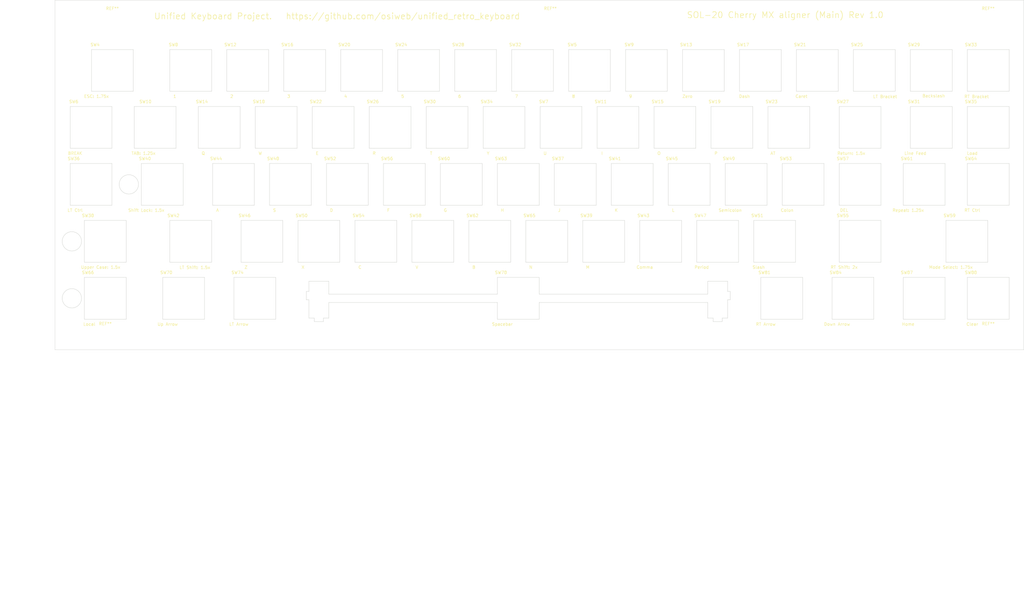
<source format=kicad_pcb>
(kicad_pcb (version 20171130) (host pcbnew "(5.1.5-0-10_14)")

  (general
    (thickness 1.6)
    (drawings 10)
    (tracks 0)
    (zones 0)
    (modules 75)
    (nets 1)
  )

  (page C)
  (title_block
    (title "Unified Retro Keyboard")
    (date 2019-08-25)
    (rev 1.3)
    (company OSIWeb.org)
    (comment 1 "Key matrix w/ LED")
  )

  (layers
    (0 F.Cu signal)
    (31 B.Cu signal)
    (32 B.Adhes user)
    (33 F.Adhes user)
    (34 B.Paste user)
    (35 F.Paste user)
    (36 B.SilkS user)
    (37 F.SilkS user)
    (38 B.Mask user)
    (39 F.Mask user)
    (40 Dwgs.User user)
    (41 Cmts.User user)
    (42 Eco1.User user)
    (43 Eco2.User user)
    (44 Edge.Cuts user)
    (45 Margin user)
    (46 B.CrtYd user)
    (47 F.CrtYd user)
    (48 B.Fab user)
    (49 F.Fab user)
  )

  (setup
    (last_trace_width 0.254)
    (user_trace_width 0.254)
    (user_trace_width 0.508)
    (user_trace_width 1.27)
    (trace_clearance 0.2)
    (zone_clearance 0.508)
    (zone_45_only no)
    (trace_min 0.2)
    (via_size 0.8128)
    (via_drill 0.4064)
    (via_min_size 0.4)
    (via_min_drill 0.3)
    (user_via 1.27 0.7112)
    (uvia_size 0.3048)
    (uvia_drill 0.1016)
    (uvias_allowed no)
    (uvia_min_size 0.2)
    (uvia_min_drill 0.1)
    (edge_width 0.05)
    (segment_width 0.2)
    (pcb_text_width 0.3)
    (pcb_text_size 1.5 1.5)
    (mod_edge_width 0.12)
    (mod_text_size 1 1)
    (mod_text_width 0.15)
    (pad_size 3.81 3.81)
    (pad_drill 3.81)
    (pad_to_mask_clearance 0)
    (aux_axis_origin 61.4172 179.1081)
    (grid_origin 76.835 223.393)
    (visible_elements 7FFFEFFF)
    (pcbplotparams
      (layerselection 0x010fc_ffffffff)
      (usegerberextensions false)
      (usegerberattributes false)
      (usegerberadvancedattributes false)
      (creategerberjobfile false)
      (excludeedgelayer true)
      (linewidth 0.100000)
      (plotframeref false)
      (viasonmask false)
      (mode 1)
      (useauxorigin false)
      (hpglpennumber 1)
      (hpglpenspeed 20)
      (hpglpendiameter 15.000000)
      (psnegative false)
      (psa4output false)
      (plotreference true)
      (plotvalue true)
      (plotinvisibletext false)
      (padsonsilk false)
      (subtractmaskfromsilk false)
      (outputformat 1)
      (mirror false)
      (drillshape 0)
      (scaleselection 1)
      (outputdirectory "main-outputs/"))
  )

  (net 0 "")

  (net_class Default "This is the default net class."
    (clearance 0.2)
    (trace_width 0.254)
    (via_dia 0.8128)
    (via_drill 0.4064)
    (uvia_dia 0.3048)
    (uvia_drill 0.1016)
    (diff_pair_width 0.2032)
    (diff_pair_gap 0.254)
  )

  (net_class power1 ""
    (clearance 0.254)
    (trace_width 1.27)
    (via_dia 1.27)
    (via_drill 0.7112)
    (uvia_dia 0.3048)
    (uvia_drill 0.1016)
    (diff_pair_width 0.2032)
    (diff_pair_gap 0.254)
  )

  (net_class signal ""
    (clearance 0.2032)
    (trace_width 0.254)
    (via_dia 0.8128)
    (via_drill 0.4064)
    (uvia_dia 0.3048)
    (uvia_drill 0.1016)
    (diff_pair_width 0.2032)
    (diff_pair_gap 0.254)
  )

  (module unikbd:Key_MX_Aligner locked (layer F.Cu) (tedit 5E72B33B) (tstamp 5E12D458)
    (at 251.45238 168.69156)
    (path /5BC3E99D/5BC3FF70)
    (fp_text reference SW63 (at -5.7912 -8.6106) (layer F.SilkS)
      (effects (font (size 1 1) (thickness 0.15)))
    )
    (fp_text value H (at -5.334 8.6614) (layer F.SilkS)
      (effects (font (size 1 1) (thickness 0.15)))
    )
    (fp_line (start -6.985 -6.985) (end -6.985 6.985) (layer Edge.Cuts) (width 0.12))
    (fp_line (start 6.985 6.985) (end 6.985 -6.985) (layer Edge.Cuts) (width 0.12))
    (fp_line (start -6.985 -6.985) (end 6.985 -6.985) (layer Edge.Cuts) (width 0.12))
    (fp_line (start -6.985 6.985) (end 6.985 6.985) (layer Edge.Cuts) (width 0.12))
  )

  (module unikbd:Key_MX_Aligner locked (layer F.Cu) (tedit 5E72B33B) (tstamp 5E12D41C)
    (at 232.40238 168.69156)
    (path /5BC3E99D/5BC3FF77)
    (fp_text reference SW60 (at -5.7912 -8.6106) (layer F.SilkS)
      (effects (font (size 1 1) (thickness 0.15)))
    )
    (fp_text value G (at -5.334 8.6614) (layer F.SilkS)
      (effects (font (size 1 1) (thickness 0.15)))
    )
    (fp_line (start -6.985 -6.985) (end -6.985 6.985) (layer Edge.Cuts) (width 0.12))
    (fp_line (start 6.985 6.985) (end 6.985 -6.985) (layer Edge.Cuts) (width 0.12))
    (fp_line (start -6.985 -6.985) (end 6.985 -6.985) (layer Edge.Cuts) (width 0.12))
    (fp_line (start -6.985 6.985) (end 6.985 6.985) (layer Edge.Cuts) (width 0.12))
  )

  (module unikbd:Key_MX_Aligner locked (layer F.Cu) (tedit 5E72B33B) (tstamp 5E12D430)
    (at 387.18363 168.69156)
    (path /5BC3E99D/5BC6CD87)
    (fp_text reference SW61 (at -5.7912 -8.6106) (layer F.SilkS)
      (effects (font (size 1 1) (thickness 0.15)))
    )
    (fp_text value "Repeat: 1.25x" (at -5.334 8.6614) (layer F.SilkS)
      (effects (font (size 1 1) (thickness 0.15)))
    )
    (fp_line (start -6.985 -6.985) (end -6.985 6.985) (layer Edge.Cuts) (width 0.12))
    (fp_line (start 6.985 6.985) (end 6.985 -6.985) (layer Edge.Cuts) (width 0.12))
    (fp_line (start -6.985 -6.985) (end 6.985 -6.985) (layer Edge.Cuts) (width 0.12))
    (fp_line (start -6.985 6.985) (end 6.985 6.985) (layer Edge.Cuts) (width 0.12))
  )

  (module unikbd:Key_MX_Aligner locked (layer F.Cu) (tedit 5E72B33B) (tstamp 5E12D3CC)
    (at 213.35238 168.69156)
    (path /5BC3E99D/5BC3FF69)
    (fp_text reference SW56 (at -5.7912 -8.6106) (layer F.SilkS)
      (effects (font (size 1 1) (thickness 0.15)))
    )
    (fp_text value F (at -5.334 8.6614) (layer F.SilkS)
      (effects (font (size 1 1) (thickness 0.15)))
    )
    (fp_line (start -6.985 -6.985) (end -6.985 6.985) (layer Edge.Cuts) (width 0.12))
    (fp_line (start 6.985 6.985) (end 6.985 -6.985) (layer Edge.Cuts) (width 0.12))
    (fp_line (start -6.985 -6.985) (end 6.985 -6.985) (layer Edge.Cuts) (width 0.12))
    (fp_line (start -6.985 6.985) (end 6.985 6.985) (layer Edge.Cuts) (width 0.12))
  )

  (module unikbd:Key_MX_Aligner locked (layer F.Cu) (tedit 5E72B33B) (tstamp 5E12D46C)
    (at 408.61488 168.69156)
    (path /5BC3E99D/5BC6CD80)
    (fp_text reference SW64 (at -5.7912 -8.6106) (layer F.SilkS)
      (effects (font (size 1 1) (thickness 0.15)))
    )
    (fp_text value "RT Ctrl" (at -5.334 8.6614) (layer F.SilkS)
      (effects (font (size 1 1) (thickness 0.15)))
    )
    (fp_line (start -6.985 -6.985) (end -6.985 6.985) (layer Edge.Cuts) (width 0.12))
    (fp_line (start 6.985 6.985) (end 6.985 -6.985) (layer Edge.Cuts) (width 0.12))
    (fp_line (start -6.985 -6.985) (end 6.985 -6.985) (layer Edge.Cuts) (width 0.12))
    (fp_line (start -6.985 6.985) (end 6.985 6.985) (layer Edge.Cuts) (width 0.12))
  )

  (module unikbd:Key_MX_Aligner locked (layer F.Cu) (tedit 5E72B33B) (tstamp 5E12D250)
    (at 270.50238 168.69156)
    (path /5BC3E99D/5E1BE11F)
    (fp_text reference SW37 (at -5.7912 -8.6106) (layer F.SilkS)
      (effects (font (size 1 1) (thickness 0.15)))
    )
    (fp_text value J (at -5.334 8.6614) (layer F.SilkS)
      (effects (font (size 1 1) (thickness 0.15)))
    )
    (fp_line (start -6.985 -6.985) (end -6.985 6.985) (layer Edge.Cuts) (width 0.12))
    (fp_line (start 6.985 6.985) (end 6.985 -6.985) (layer Edge.Cuts) (width 0.12))
    (fp_line (start -6.985 -6.985) (end 6.985 -6.985) (layer Edge.Cuts) (width 0.12))
    (fp_line (start -6.985 6.985) (end 6.985 6.985) (layer Edge.Cuts) (width 0.12))
  )

  (module unikbd:Key_MX_Aligner locked (layer F.Cu) (tedit 5E72B33B) (tstamp 5E12D28C)
    (at 132.38988 168.69156)
    (path /5BC3E99D/5BC3FD26)
    (fp_text reference SW40 (at -5.7912 -8.6106) (layer F.SilkS)
      (effects (font (size 1 1) (thickness 0.15)))
    )
    (fp_text value "Shift Lock: 1.5x" (at -5.334 8.6614) (layer F.SilkS)
      (effects (font (size 1 1) (thickness 0.15)))
    )
    (fp_line (start -6.985 -6.985) (end -6.985 6.985) (layer Edge.Cuts) (width 0.12))
    (fp_line (start 6.985 6.985) (end 6.985 -6.985) (layer Edge.Cuts) (width 0.12))
    (fp_line (start -6.985 -6.985) (end 6.985 -6.985) (layer Edge.Cuts) (width 0.12))
    (fp_line (start -6.985 6.985) (end 6.985 6.985) (layer Edge.Cuts) (width 0.12))
  )

  (module unikbd:Key_MX_Aligner locked (layer F.Cu) (tedit 5E72B33B) (tstamp 5E12D2A0)
    (at 289.55238 168.69156)
    (path /5BC3E99D/5BC6CD5D)
    (fp_text reference SW41 (at -5.7912 -8.6106) (layer F.SilkS)
      (effects (font (size 1 1) (thickness 0.15)))
    )
    (fp_text value K (at -5.334 8.6614) (layer F.SilkS)
      (effects (font (size 1 1) (thickness 0.15)))
    )
    (fp_line (start -6.985 -6.985) (end -6.985 6.985) (layer Edge.Cuts) (width 0.12))
    (fp_line (start 6.985 6.985) (end 6.985 -6.985) (layer Edge.Cuts) (width 0.12))
    (fp_line (start -6.985 -6.985) (end 6.985 -6.985) (layer Edge.Cuts) (width 0.12))
    (fp_line (start -6.985 6.985) (end 6.985 6.985) (layer Edge.Cuts) (width 0.12))
  )

  (module unikbd:Key_MX_Aligner locked (layer F.Cu) (tedit 5E72B33B) (tstamp 5E12D2DC)
    (at 156.20238 168.69156)
    (path /5BC3E99D/5BC3FE57)
    (fp_text reference SW44 (at -5.7912 -8.6106) (layer F.SilkS)
      (effects (font (size 1 1) (thickness 0.15)))
    )
    (fp_text value A (at -5.334 8.6614) (layer F.SilkS)
      (effects (font (size 1 1) (thickness 0.15)))
    )
    (fp_line (start -6.985 -6.985) (end -6.985 6.985) (layer Edge.Cuts) (width 0.12))
    (fp_line (start 6.985 6.985) (end 6.985 -6.985) (layer Edge.Cuts) (width 0.12))
    (fp_line (start -6.985 -6.985) (end 6.985 -6.985) (layer Edge.Cuts) (width 0.12))
    (fp_line (start -6.985 6.985) (end 6.985 6.985) (layer Edge.Cuts) (width 0.12))
  )

  (module unikbd:Key_MX_Aligner locked (layer F.Cu) (tedit 5E72B33B) (tstamp 5E12D2F0)
    (at 308.60238 168.69156)
    (path /5BC3E99D/5BC6CD6B)
    (fp_text reference SW45 (at -5.7912 -8.6106) (layer F.SilkS)
      (effects (font (size 1 1) (thickness 0.15)))
    )
    (fp_text value L (at -5.334 8.6614) (layer F.SilkS)
      (effects (font (size 1 1) (thickness 0.15)))
    )
    (fp_line (start -6.985 -6.985) (end -6.985 6.985) (layer Edge.Cuts) (width 0.12))
    (fp_line (start 6.985 6.985) (end 6.985 -6.985) (layer Edge.Cuts) (width 0.12))
    (fp_line (start -6.985 -6.985) (end 6.985 -6.985) (layer Edge.Cuts) (width 0.12))
    (fp_line (start -6.985 6.985) (end 6.985 6.985) (layer Edge.Cuts) (width 0.12))
  )

  (module unikbd:Key_MX_Aligner locked (layer F.Cu) (tedit 5E72B33B) (tstamp 5E12D32C)
    (at 175.25238 168.69156)
    (path /5BC3E99D/5E1BE11D)
    (fp_text reference SW48 (at -5.7912 -8.6106) (layer F.SilkS)
      (effects (font (size 1 1) (thickness 0.15)))
    )
    (fp_text value S (at -5.334 8.6614) (layer F.SilkS)
      (effects (font (size 1 1) (thickness 0.15)))
    )
    (fp_line (start -6.985 -6.985) (end -6.985 6.985) (layer Edge.Cuts) (width 0.12))
    (fp_line (start 6.985 6.985) (end 6.985 -6.985) (layer Edge.Cuts) (width 0.12))
    (fp_line (start -6.985 -6.985) (end 6.985 -6.985) (layer Edge.Cuts) (width 0.12))
    (fp_line (start -6.985 6.985) (end 6.985 6.985) (layer Edge.Cuts) (width 0.12))
  )

  (module unikbd:Key_MX_Aligner locked (layer F.Cu) (tedit 5E72B33B) (tstamp 5E12D340)
    (at 327.65238 168.69156)
    (path /5BC3E99D/5BC6CD64)
    (fp_text reference SW49 (at -5.7912 -8.6106) (layer F.SilkS)
      (effects (font (size 1 1) (thickness 0.15)))
    )
    (fp_text value Semicolon (at -5.334 8.6614) (layer F.SilkS)
      (effects (font (size 1 1) (thickness 0.15)))
    )
    (fp_line (start -6.985 -6.985) (end -6.985 6.985) (layer Edge.Cuts) (width 0.12))
    (fp_line (start 6.985 6.985) (end 6.985 -6.985) (layer Edge.Cuts) (width 0.12))
    (fp_line (start -6.985 -6.985) (end 6.985 -6.985) (layer Edge.Cuts) (width 0.12))
    (fp_line (start -6.985 6.985) (end 6.985 6.985) (layer Edge.Cuts) (width 0.12))
  )

  (module unikbd:Key_MX_Aligner locked (layer F.Cu) (tedit 5E72B33B) (tstamp 5E12D37C)
    (at 194.30238 168.69156)
    (path /5BC3E99D/5E0AC938)
    (fp_text reference SW52 (at -5.7912 -8.6106) (layer F.SilkS)
      (effects (font (size 1 1) (thickness 0.15)))
    )
    (fp_text value D (at -5.334 8.6614) (layer F.SilkS)
      (effects (font (size 1 1) (thickness 0.15)))
    )
    (fp_line (start -6.985 -6.985) (end -6.985 6.985) (layer Edge.Cuts) (width 0.12))
    (fp_line (start 6.985 6.985) (end 6.985 -6.985) (layer Edge.Cuts) (width 0.12))
    (fp_line (start -6.985 -6.985) (end 6.985 -6.985) (layer Edge.Cuts) (width 0.12))
    (fp_line (start -6.985 6.985) (end 6.985 6.985) (layer Edge.Cuts) (width 0.12))
  )

  (module unikbd:Key_MX_Aligner locked (layer F.Cu) (tedit 5E72B33B) (tstamp 5E12D390)
    (at 346.70238 168.69156)
    (path /5BC3E99D/5BC6CD72)
    (fp_text reference SW53 (at -5.7912 -8.6106) (layer F.SilkS)
      (effects (font (size 1 1) (thickness 0.15)))
    )
    (fp_text value Colon (at -5.334 8.6614) (layer F.SilkS)
      (effects (font (size 1 1) (thickness 0.15)))
    )
    (fp_line (start -6.985 -6.985) (end -6.985 6.985) (layer Edge.Cuts) (width 0.12))
    (fp_line (start 6.985 6.985) (end 6.985 -6.985) (layer Edge.Cuts) (width 0.12))
    (fp_line (start -6.985 -6.985) (end 6.985 -6.985) (layer Edge.Cuts) (width 0.12))
    (fp_line (start -6.985 6.985) (end 6.985 6.985) (layer Edge.Cuts) (width 0.12))
  )

  (module unikbd:Key_MX_Aligner locked (layer F.Cu) (tedit 5E72B33B) (tstamp 5E12D3E0)
    (at 365.75238 168.69156)
    (path /5BC3E99D/5BC6CD79)
    (fp_text reference SW57 (at -5.7912 -8.6106) (layer F.SilkS)
      (effects (font (size 1 1) (thickness 0.15)))
    )
    (fp_text value DEL (at -5.334 8.6614) (layer F.SilkS)
      (effects (font (size 1 1) (thickness 0.15)))
    )
    (fp_line (start -6.985 -6.985) (end -6.985 6.985) (layer Edge.Cuts) (width 0.12))
    (fp_line (start 6.985 6.985) (end 6.985 -6.985) (layer Edge.Cuts) (width 0.12))
    (fp_line (start -6.985 -6.985) (end 6.985 -6.985) (layer Edge.Cuts) (width 0.12))
    (fp_line (start -6.985 6.985) (end 6.985 6.985) (layer Edge.Cuts) (width 0.12))
  )

  (module unikbd:Key_MX_Aligner locked (layer F.Cu) (tedit 5E72B33B) (tstamp 5E12D3A4)
    (at 203.82738 187.74156)
    (path /5BC3E99D/5BC6CEF2)
    (fp_text reference SW54 (at -5.7912 -8.6106) (layer F.SilkS)
      (effects (font (size 1 1) (thickness 0.15)))
    )
    (fp_text value C (at -5.334 8.6614) (layer F.SilkS)
      (effects (font (size 1 1) (thickness 0.15)))
    )
    (fp_line (start -6.985 -6.985) (end -6.985 6.985) (layer Edge.Cuts) (width 0.12))
    (fp_line (start 6.985 6.985) (end 6.985 -6.985) (layer Edge.Cuts) (width 0.12))
    (fp_line (start -6.985 -6.985) (end 6.985 -6.985) (layer Edge.Cuts) (width 0.12))
    (fp_line (start -6.985 6.985) (end 6.985 6.985) (layer Edge.Cuts) (width 0.12))
  )

  (module unikbd:Key_MX_Aligner locked (layer F.Cu) (tedit 5E72B33B) (tstamp 5E6EC726)
    (at 163.34613 206.79156)
    (path /5E16AC8E/5E1BE0F6)
    (fp_text reference SW74 (at -5.7912 -8.6106) (layer F.SilkS)
      (effects (font (size 1 1) (thickness 0.15)))
    )
    (fp_text value "LT Arrow" (at -5.334 8.6614) (layer F.SilkS)
      (effects (font (size 1 1) (thickness 0.15)))
    )
    (fp_line (start -6.985 -6.985) (end -6.985 6.985) (layer Edge.Cuts) (width 0.12))
    (fp_line (start 6.985 6.985) (end 6.985 -6.985) (layer Edge.Cuts) (width 0.12))
    (fp_line (start -6.985 -6.985) (end 6.985 -6.985) (layer Edge.Cuts) (width 0.12))
    (fp_line (start -6.985 6.985) (end 6.985 6.985) (layer Edge.Cuts) (width 0.12))
  )

  (module unikbd:Key_MX_Aligner locked (layer F.Cu) (tedit 5E72B33B) (tstamp 5E12D1C4)
    (at 227.63988 149.64156)
    (path /5BC3EA0A/5BCAF420)
    (fp_text reference SW30 (at -5.7912 -8.6106) (layer F.SilkS)
      (effects (font (size 1 1) (thickness 0.15)))
    )
    (fp_text value T (at -5.334 8.6614) (layer F.SilkS)
      (effects (font (size 1 1) (thickness 0.15)))
    )
    (fp_line (start -6.985 -6.985) (end -6.985 6.985) (layer Edge.Cuts) (width 0.12))
    (fp_line (start 6.985 6.985) (end 6.985 -6.985) (layer Edge.Cuts) (width 0.12))
    (fp_line (start -6.985 -6.985) (end 6.985 -6.985) (layer Edge.Cuts) (width 0.12))
    (fp_line (start -6.985 6.985) (end 6.985 6.985) (layer Edge.Cuts) (width 0.12))
  )

  (module unikbd:Key_MX_Aligner locked (layer F.Cu) (tedit 5E72B33B) (tstamp 5E12D64C)
    (at 408.61488 206.79156)
    (path /5E16AC8E/5E1BE0F8)
    (fp_text reference SW88 (at -5.7912 -8.6106) (layer F.SilkS)
      (effects (font (size 1 1) (thickness 0.15)))
    )
    (fp_text value Clear (at -5.334 8.6614) (layer F.SilkS)
      (effects (font (size 1 1) (thickness 0.15)))
    )
    (fp_line (start -6.985 -6.985) (end -6.985 6.985) (layer Edge.Cuts) (width 0.12))
    (fp_line (start 6.985 6.985) (end 6.985 -6.985) (layer Edge.Cuts) (width 0.12))
    (fp_line (start -6.985 -6.985) (end 6.985 -6.985) (layer Edge.Cuts) (width 0.12))
    (fp_line (start -6.985 6.985) (end 6.985 6.985) (layer Edge.Cuts) (width 0.12))
  )

  (module unikbd:Key_MX_Aligner locked (layer F.Cu) (tedit 5E72B33B) (tstamp 5E12D638)
    (at 387.18363 206.79156)
    (path /5E16AC8E/5E1BE0F9)
    (fp_text reference SW87 (at -5.7912 -8.6106) (layer F.SilkS)
      (effects (font (size 1 1) (thickness 0.15)))
    )
    (fp_text value Home (at -5.334 8.6614) (layer F.SilkS)
      (effects (font (size 1 1) (thickness 0.15)))
    )
    (fp_line (start -6.985 -6.985) (end -6.985 6.985) (layer Edge.Cuts) (width 0.12))
    (fp_line (start 6.985 6.985) (end 6.985 -6.985) (layer Edge.Cuts) (width 0.12))
    (fp_line (start -6.985 -6.985) (end 6.985 -6.985) (layer Edge.Cuts) (width 0.12))
    (fp_line (start -6.985 6.985) (end 6.985 6.985) (layer Edge.Cuts) (width 0.12))
  )

  (module unikbd:Key_MX_Aligner locked (layer F.Cu) (tedit 5E72B33B) (tstamp 5E12D5FC)
    (at 363.37113 206.79156)
    (path /5E16AC8E/5E1BE0F7)
    (fp_text reference SW84 (at -5.7912 -8.6106) (layer F.SilkS)
      (effects (font (size 1 1) (thickness 0.15)))
    )
    (fp_text value "Down Arrow" (at -5.334 8.6614) (layer F.SilkS)
      (effects (font (size 1 1) (thickness 0.15)))
    )
    (fp_line (start -6.985 -6.985) (end -6.985 6.985) (layer Edge.Cuts) (width 0.12))
    (fp_line (start 6.985 6.985) (end 6.985 -6.985) (layer Edge.Cuts) (width 0.12))
    (fp_line (start -6.985 -6.985) (end 6.985 -6.985) (layer Edge.Cuts) (width 0.12))
    (fp_line (start -6.985 6.985) (end 6.985 6.985) (layer Edge.Cuts) (width 0.12))
  )

  (module unikbd:Key_MX_Aligner locked (layer F.Cu) (tedit 5E72B33B) (tstamp 5E10B4C4)
    (at 339.55863 206.79156)
    (path /5E16AC8E/5E1BE119)
    (fp_text reference SW81 (at -5.7912 -8.6106) (layer F.SilkS)
      (effects (font (size 1 1) (thickness 0.15)))
    )
    (fp_text value "RT Arrow" (at -5.334 8.6614) (layer F.SilkS)
      (effects (font (size 1 1) (thickness 0.15)))
    )
    (fp_line (start -6.985 -6.985) (end -6.985 6.985) (layer Edge.Cuts) (width 0.12))
    (fp_line (start 6.985 6.985) (end 6.985 -6.985) (layer Edge.Cuts) (width 0.12))
    (fp_line (start -6.985 -6.985) (end 6.985 -6.985) (layer Edge.Cuts) (width 0.12))
    (fp_line (start -6.985 6.985) (end 6.985 6.985) (layer Edge.Cuts) (width 0.12))
  )

  (module unikbd:Key_MX_Aligner locked (layer F.Cu) (tedit 5E72B33B) (tstamp 5E12D4E4)
    (at 139.53363 206.79156)
    (path /5E16AC8E/5E1BE0F5)
    (fp_text reference SW70 (at -5.7912 -8.6106) (layer F.SilkS)
      (effects (font (size 1 1) (thickness 0.15)))
    )
    (fp_text value "Up Arrow" (at -5.334 8.6614) (layer F.SilkS)
      (effects (font (size 1 1) (thickness 0.15)))
    )
    (fp_line (start -6.985 -6.985) (end -6.985 6.985) (layer Edge.Cuts) (width 0.12))
    (fp_line (start 6.985 6.985) (end 6.985 -6.985) (layer Edge.Cuts) (width 0.12))
    (fp_line (start -6.985 -6.985) (end 6.985 -6.985) (layer Edge.Cuts) (width 0.12))
    (fp_line (start -6.985 6.985) (end 6.985 6.985) (layer Edge.Cuts) (width 0.12))
  )

  (module unikbd:Key_MX_Aligner locked (layer F.Cu) (tedit 5E72B33B) (tstamp 5E12D494)
    (at 113.33988 206.79156)
    (path /5E16AC8E/5E12EFC1)
    (fp_text reference SW66 (at -5.7912 -8.6106) (layer F.SilkS)
      (effects (font (size 1 1) (thickness 0.15)))
    )
    (fp_text value Local (at -5.334 8.6614) (layer F.SilkS)
      (effects (font (size 1 1) (thickness 0.15)))
    )
    (fp_line (start -6.985 -6.985) (end -6.985 6.985) (layer Edge.Cuts) (width 0.12))
    (fp_line (start 6.985 6.985) (end 6.985 -6.985) (layer Edge.Cuts) (width 0.12))
    (fp_line (start -6.985 -6.985) (end 6.985 -6.985) (layer Edge.Cuts) (width 0.12))
    (fp_line (start -6.985 6.985) (end 6.985 6.985) (layer Edge.Cuts) (width 0.12))
  )

  (module unikbd:Key_MX_Aligner locked (layer F.Cu) (tedit 5E72B33B) (tstamp 5E12D480)
    (at 260.97738 187.74156)
    (path /5BC3E99D/5BC6CF00)
    (fp_text reference SW65 (at -5.7912 -8.6106) (layer F.SilkS)
      (effects (font (size 1 1) (thickness 0.15)))
    )
    (fp_text value N (at -5.334 8.6614) (layer F.SilkS)
      (effects (font (size 1 1) (thickness 0.15)))
    )
    (fp_line (start -6.985 -6.985) (end -6.985 6.985) (layer Edge.Cuts) (width 0.12))
    (fp_line (start 6.985 6.985) (end 6.985 -6.985) (layer Edge.Cuts) (width 0.12))
    (fp_line (start -6.985 -6.985) (end 6.985 -6.985) (layer Edge.Cuts) (width 0.12))
    (fp_line (start -6.985 6.985) (end 6.985 6.985) (layer Edge.Cuts) (width 0.12))
  )

  (module unikbd:Key_MX_Aligner locked (layer F.Cu) (tedit 5E72B33B) (tstamp 5E12D444)
    (at 241.92738 187.74156)
    (path /5BC3E99D/5BC6CF07)
    (fp_text reference SW62 (at -5.7912 -8.6106) (layer F.SilkS)
      (effects (font (size 1 1) (thickness 0.15)))
    )
    (fp_text value B (at -5.334 8.6614) (layer F.SilkS)
      (effects (font (size 1 1) (thickness 0.15)))
    )
    (fp_line (start -6.985 -6.985) (end -6.985 6.985) (layer Edge.Cuts) (width 0.12))
    (fp_line (start 6.985 6.985) (end 6.985 -6.985) (layer Edge.Cuts) (width 0.12))
    (fp_line (start -6.985 -6.985) (end 6.985 -6.985) (layer Edge.Cuts) (width 0.12))
    (fp_line (start -6.985 6.985) (end 6.985 6.985) (layer Edge.Cuts) (width 0.12))
  )

  (module unikbd:Key_MX_Aligner locked (layer F.Cu) (tedit 5E72B33B) (tstamp 5E12D408)
    (at 401.47113 187.74156)
    (path /5BC3E99D/5BC6D0C9)
    (fp_text reference SW59 (at -5.7912 -8.6106) (layer F.SilkS)
      (effects (font (size 1 1) (thickness 0.15)))
    )
    (fp_text value "Mode Select: 1.75x" (at -5.334 8.6614) (layer F.SilkS)
      (effects (font (size 1 1) (thickness 0.15)))
    )
    (fp_line (start -6.985 -6.985) (end -6.985 6.985) (layer Edge.Cuts) (width 0.12))
    (fp_line (start 6.985 6.985) (end 6.985 -6.985) (layer Edge.Cuts) (width 0.12))
    (fp_line (start -6.985 -6.985) (end 6.985 -6.985) (layer Edge.Cuts) (width 0.12))
    (fp_line (start -6.985 6.985) (end 6.985 6.985) (layer Edge.Cuts) (width 0.12))
  )

  (module unikbd:Key_MX_Aligner locked (layer F.Cu) (tedit 5E72B33B) (tstamp 5E12D3F4)
    (at 222.87738 187.74156)
    (path /5BC3E99D/5BC6CEF9)
    (fp_text reference SW58 (at -5.7912 -8.6106) (layer F.SilkS)
      (effects (font (size 1 1) (thickness 0.15)))
    )
    (fp_text value V (at -5.334 8.6614) (layer F.SilkS)
      (effects (font (size 1 1) (thickness 0.15)))
    )
    (fp_line (start -6.985 -6.985) (end -6.985 6.985) (layer Edge.Cuts) (width 0.12))
    (fp_line (start 6.985 6.985) (end 6.985 -6.985) (layer Edge.Cuts) (width 0.12))
    (fp_line (start -6.985 -6.985) (end 6.985 -6.985) (layer Edge.Cuts) (width 0.12))
    (fp_line (start -6.985 6.985) (end 6.985 6.985) (layer Edge.Cuts) (width 0.12))
  )

  (module unikbd:Key_MX_Aligner locked (layer F.Cu) (tedit 5E72B33B) (tstamp 5E12D3B8)
    (at 365.75238 187.74156)
    (path /5BC3E99D/5BC6D0C2)
    (fp_text reference SW55 (at -5.7912 -8.6106) (layer F.SilkS)
      (effects (font (size 1 1) (thickness 0.15)))
    )
    (fp_text value "RT Shift: 2x" (at -5.334 8.6614) (layer F.SilkS)
      (effects (font (size 1 1) (thickness 0.15)))
    )
    (fp_line (start -6.985 -6.985) (end -6.985 6.985) (layer Edge.Cuts) (width 0.12))
    (fp_line (start 6.985 6.985) (end 6.985 -6.985) (layer Edge.Cuts) (width 0.12))
    (fp_line (start -6.985 -6.985) (end 6.985 -6.985) (layer Edge.Cuts) (width 0.12))
    (fp_line (start -6.985 6.985) (end 6.985 6.985) (layer Edge.Cuts) (width 0.12))
  )

  (module unikbd:Key_MX_Aligner locked (layer F.Cu) (tedit 5E72B33B) (tstamp 5E12D368)
    (at 337.17738 187.74156)
    (path /5BC3E99D/5BC6D0B4)
    (fp_text reference SW51 (at -5.7912 -8.6106) (layer F.SilkS)
      (effects (font (size 1 1) (thickness 0.15)))
    )
    (fp_text value Slash (at -5.334 8.6614) (layer F.SilkS)
      (effects (font (size 1 1) (thickness 0.15)))
    )
    (fp_line (start -6.985 -6.985) (end -6.985 6.985) (layer Edge.Cuts) (width 0.12))
    (fp_line (start 6.985 6.985) (end 6.985 -6.985) (layer Edge.Cuts) (width 0.12))
    (fp_line (start -6.985 -6.985) (end 6.985 -6.985) (layer Edge.Cuts) (width 0.12))
    (fp_line (start -6.985 6.985) (end 6.985 6.985) (layer Edge.Cuts) (width 0.12))
  )

  (module unikbd:Key_MX_Aligner locked (layer F.Cu) (tedit 5E72B33B) (tstamp 5E12D354)
    (at 184.77738 187.74156)
    (path /5BC3E99D/5BC6CEE4)
    (fp_text reference SW50 (at -5.7912 -8.6106) (layer F.SilkS)
      (effects (font (size 1 1) (thickness 0.15)))
    )
    (fp_text value X (at -5.334 8.6614) (layer F.SilkS)
      (effects (font (size 1 1) (thickness 0.15)))
    )
    (fp_line (start -6.985 -6.985) (end -6.985 6.985) (layer Edge.Cuts) (width 0.12))
    (fp_line (start 6.985 6.985) (end 6.985 -6.985) (layer Edge.Cuts) (width 0.12))
    (fp_line (start -6.985 -6.985) (end 6.985 -6.985) (layer Edge.Cuts) (width 0.12))
    (fp_line (start -6.985 6.985) (end 6.985 6.985) (layer Edge.Cuts) (width 0.12))
  )

  (module unikbd:Key_MX_Aligner locked (layer F.Cu) (tedit 5E72B33B) (tstamp 5E12D318)
    (at 318.12738 187.74156)
    (path /5BC3E99D/5BC6D0BB)
    (fp_text reference SW47 (at -5.7912 -8.6106) (layer F.SilkS)
      (effects (font (size 1 1) (thickness 0.15)))
    )
    (fp_text value Period (at -5.334 8.6614) (layer F.SilkS)
      (effects (font (size 1 1) (thickness 0.15)))
    )
    (fp_line (start -6.985 -6.985) (end -6.985 6.985) (layer Edge.Cuts) (width 0.12))
    (fp_line (start 6.985 6.985) (end 6.985 -6.985) (layer Edge.Cuts) (width 0.12))
    (fp_line (start -6.985 -6.985) (end 6.985 -6.985) (layer Edge.Cuts) (width 0.12))
    (fp_line (start -6.985 6.985) (end 6.985 6.985) (layer Edge.Cuts) (width 0.12))
  )

  (module unikbd:Key_MX_Aligner locked (layer F.Cu) (tedit 5E72B33B) (tstamp 5E12D304)
    (at 165.72738 187.74156)
    (path /5BC3E99D/5BC6CEEB)
    (fp_text reference SW46 (at -5.7912 -8.6106) (layer F.SilkS)
      (effects (font (size 1 1) (thickness 0.15)))
    )
    (fp_text value Z (at -5.334 8.6614) (layer F.SilkS)
      (effects (font (size 1 1) (thickness 0.15)))
    )
    (fp_line (start -6.985 -6.985) (end -6.985 6.985) (layer Edge.Cuts) (width 0.12))
    (fp_line (start 6.985 6.985) (end 6.985 -6.985) (layer Edge.Cuts) (width 0.12))
    (fp_line (start -6.985 -6.985) (end 6.985 -6.985) (layer Edge.Cuts) (width 0.12))
    (fp_line (start -6.985 6.985) (end 6.985 6.985) (layer Edge.Cuts) (width 0.12))
  )

  (module unikbd:Key_MX_Aligner locked (layer F.Cu) (tedit 5E72B33B) (tstamp 5E12D2C8)
    (at 299.07738 187.74156)
    (path /5BC3E99D/5E1BE115)
    (fp_text reference SW43 (at -5.7912 -8.6106) (layer F.SilkS)
      (effects (font (size 1 1) (thickness 0.15)))
    )
    (fp_text value Comma (at -5.334 8.6614) (layer F.SilkS)
      (effects (font (size 1 1) (thickness 0.15)))
    )
    (fp_line (start -6.985 -6.985) (end -6.985 6.985) (layer Edge.Cuts) (width 0.12))
    (fp_line (start 6.985 6.985) (end 6.985 -6.985) (layer Edge.Cuts) (width 0.12))
    (fp_line (start -6.985 -6.985) (end 6.985 -6.985) (layer Edge.Cuts) (width 0.12))
    (fp_line (start -6.985 6.985) (end 6.985 6.985) (layer Edge.Cuts) (width 0.12))
  )

  (module unikbd:Key_MX_Aligner locked (layer F.Cu) (tedit 5E72B33B) (tstamp 5E10B192)
    (at 141.91488 187.74156)
    (path /5BC3E99D/5BC6CEDD)
    (fp_text reference SW42 (at -5.7912 -8.6106) (layer F.SilkS)
      (effects (font (size 1 1) (thickness 0.15)))
    )
    (fp_text value "LT Shift: 1.5x" (at 1.36652 8.75284) (layer F.SilkS)
      (effects (font (size 1 1) (thickness 0.15)))
    )
    (fp_line (start -6.985 -6.985) (end -6.985 6.985) (layer Edge.Cuts) (width 0.12))
    (fp_line (start 6.985 6.985) (end 6.985 -6.985) (layer Edge.Cuts) (width 0.12))
    (fp_line (start -6.985 -6.985) (end 6.985 -6.985) (layer Edge.Cuts) (width 0.12))
    (fp_line (start -6.985 6.985) (end 6.985 6.985) (layer Edge.Cuts) (width 0.12))
  )

  (module unikbd:Key_MX_Aligner locked (layer F.Cu) (tedit 5E72B33B) (tstamp 5E12D264)
    (at 113.33988 187.74156)
    (path /5BC3E99D/5BC6CED6)
    (fp_text reference SW38 (at -5.7912 -8.6106) (layer F.SilkS)
      (effects (font (size 1 1) (thickness 0.15)))
    )
    (fp_text value "Upper Case: 1.5x" (at -1.55448 8.6614) (layer F.SilkS)
      (effects (font (size 1 1) (thickness 0.15)))
    )
    (fp_line (start -6.985 -6.985) (end -6.985 6.985) (layer Edge.Cuts) (width 0.12))
    (fp_line (start 6.985 6.985) (end 6.985 -6.985) (layer Edge.Cuts) (width 0.12))
    (fp_line (start -6.985 -6.985) (end 6.985 -6.985) (layer Edge.Cuts) (width 0.12))
    (fp_line (start -6.985 6.985) (end 6.985 6.985) (layer Edge.Cuts) (width 0.12))
  )

  (module unikbd:Key_MX_Aligner locked (layer F.Cu) (tedit 5E72B33B) (tstamp 5E12D23C)
    (at 108.57738 168.69156)
    (path /5BC3E99D/5E1BE11B)
    (fp_text reference SW36 (at -5.7912 -8.6106) (layer F.SilkS)
      (effects (font (size 1 1) (thickness 0.15)))
    )
    (fp_text value "LT Ctrl" (at -5.334 8.6614) (layer F.SilkS)
      (effects (font (size 1 1) (thickness 0.15)))
    )
    (fp_line (start -6.985 -6.985) (end -6.985 6.985) (layer Edge.Cuts) (width 0.12))
    (fp_line (start 6.985 6.985) (end 6.985 -6.985) (layer Edge.Cuts) (width 0.12))
    (fp_line (start -6.985 -6.985) (end 6.985 -6.985) (layer Edge.Cuts) (width 0.12))
    (fp_line (start -6.985 6.985) (end 6.985 6.985) (layer Edge.Cuts) (width 0.12))
  )

  (module unikbd:Key_MX_Aligner locked (layer F.Cu) (tedit 5E72B33B) (tstamp 5E12D228)
    (at 408.61488 149.64156)
    (path /5BC3EA0A/5BCAF489)
    (fp_text reference SW35 (at -5.7912 -8.6106) (layer F.SilkS)
      (effects (font (size 1 1) (thickness 0.15)))
    )
    (fp_text value Load (at -5.334 8.6614) (layer F.SilkS)
      (effects (font (size 1 1) (thickness 0.15)))
    )
    (fp_line (start -6.985 -6.985) (end -6.985 6.985) (layer Edge.Cuts) (width 0.12))
    (fp_line (start 6.985 6.985) (end 6.985 -6.985) (layer Edge.Cuts) (width 0.12))
    (fp_line (start -6.985 -6.985) (end 6.985 -6.985) (layer Edge.Cuts) (width 0.12))
    (fp_line (start -6.985 6.985) (end 6.985 6.985) (layer Edge.Cuts) (width 0.12))
  )

  (module unikbd:Key_MX_Aligner locked (layer F.Cu) (tedit 5E72B33B) (tstamp 5E12D214)
    (at 246.68988 149.64156)
    (path /5BC3EA0A/5BCAF419)
    (fp_text reference SW34 (at -5.7912 -8.6106) (layer F.SilkS)
      (effects (font (size 1 1) (thickness 0.15)))
    )
    (fp_text value Y (at -5.334 8.6614) (layer F.SilkS)
      (effects (font (size 1 1) (thickness 0.15)))
    )
    (fp_line (start -6.985 -6.985) (end -6.985 6.985) (layer Edge.Cuts) (width 0.12))
    (fp_line (start 6.985 6.985) (end 6.985 -6.985) (layer Edge.Cuts) (width 0.12))
    (fp_line (start -6.985 -6.985) (end 6.985 -6.985) (layer Edge.Cuts) (width 0.12))
    (fp_line (start -6.985 6.985) (end 6.985 6.985) (layer Edge.Cuts) (width 0.12))
  )

  (module unikbd:Key_MX_Aligner locked (layer F.Cu) (tedit 5E72B33B) (tstamp 5E12D200)
    (at 408.61488 130.59156)
    (path /5BC3EA0A/5BCAF3A9)
    (fp_text reference SW33 (at -5.7912 -8.6106) (layer F.SilkS)
      (effects (font (size 1 1) (thickness 0.15)))
    )
    (fp_text value "RT Bracket" (at -3.90398 8.75284) (layer F.SilkS)
      (effects (font (size 1 1) (thickness 0.15)))
    )
    (fp_line (start -6.985 -6.985) (end -6.985 6.985) (layer Edge.Cuts) (width 0.12))
    (fp_line (start 6.985 6.985) (end 6.985 -6.985) (layer Edge.Cuts) (width 0.12))
    (fp_line (start -6.985 -6.985) (end 6.985 -6.985) (layer Edge.Cuts) (width 0.12))
    (fp_line (start -6.985 6.985) (end 6.985 6.985) (layer Edge.Cuts) (width 0.12))
  )

  (module unikbd:Key_MX_Aligner locked (layer F.Cu) (tedit 5E72B33B) (tstamp 5E12D1EC)
    (at 256.21488 130.59156)
    (path /5BC3EA0A/5BCAF339)
    (fp_text reference SW32 (at -5.7912 -8.6106) (layer F.SilkS)
      (effects (font (size 1 1) (thickness 0.15)))
    )
    (fp_text value 7 (at -5.334 8.6614) (layer F.SilkS)
      (effects (font (size 1 1) (thickness 0.15)))
    )
    (fp_line (start -6.985 -6.985) (end -6.985 6.985) (layer Edge.Cuts) (width 0.12))
    (fp_line (start 6.985 6.985) (end 6.985 -6.985) (layer Edge.Cuts) (width 0.12))
    (fp_line (start -6.985 -6.985) (end 6.985 -6.985) (layer Edge.Cuts) (width 0.12))
    (fp_line (start -6.985 6.985) (end 6.985 6.985) (layer Edge.Cuts) (width 0.12))
  )

  (module unikbd:Key_MX_Aligner locked (layer F.Cu) (tedit 5E72B33B) (tstamp 5E12D1D8)
    (at 389.56488 149.64156)
    (path /5BC3EA0A/5BCAF490)
    (fp_text reference SW31 (at -5.7912 -8.6106) (layer F.SilkS)
      (effects (font (size 1 1) (thickness 0.15)))
    )
    (fp_text value "Line Feed" (at -5.334 8.6614) (layer F.SilkS)
      (effects (font (size 1 1) (thickness 0.15)))
    )
    (fp_line (start -6.985 -6.985) (end -6.985 6.985) (layer Edge.Cuts) (width 0.12))
    (fp_line (start 6.985 6.985) (end 6.985 -6.985) (layer Edge.Cuts) (width 0.12))
    (fp_line (start -6.985 -6.985) (end 6.985 -6.985) (layer Edge.Cuts) (width 0.12))
    (fp_line (start -6.985 6.985) (end 6.985 6.985) (layer Edge.Cuts) (width 0.12))
  )

  (module unikbd:Key_MX_Aligner locked (layer F.Cu) (tedit 5E72B33B) (tstamp 5E12D1B0)
    (at 389.56488 130.59156)
    (path /5BC3EA0A/5BCAF3B0)
    (fp_text reference SW29 (at -5.7912 -8.6106) (layer F.SilkS)
      (effects (font (size 1 1) (thickness 0.15)))
    )
    (fp_text value Backslash (at 0.79502 8.49884) (layer F.SilkS)
      (effects (font (size 1 1) (thickness 0.15)))
    )
    (fp_line (start -6.985 -6.985) (end -6.985 6.985) (layer Edge.Cuts) (width 0.12))
    (fp_line (start 6.985 6.985) (end 6.985 -6.985) (layer Edge.Cuts) (width 0.12))
    (fp_line (start -6.985 -6.985) (end 6.985 -6.985) (layer Edge.Cuts) (width 0.12))
    (fp_line (start -6.985 6.985) (end 6.985 6.985) (layer Edge.Cuts) (width 0.12))
  )

  (module unikbd:Key_MX_Aligner locked (layer F.Cu) (tedit 5E72B33B) (tstamp 5E12D19C)
    (at 237.16488 130.59156)
    (path /5BC3EA0A/5BCAF340)
    (fp_text reference SW28 (at -5.7912 -8.6106) (layer F.SilkS)
      (effects (font (size 1 1) (thickness 0.15)))
    )
    (fp_text value 6 (at -5.334 8.6614) (layer F.SilkS)
      (effects (font (size 1 1) (thickness 0.15)))
    )
    (fp_line (start -6.985 -6.985) (end -6.985 6.985) (layer Edge.Cuts) (width 0.12))
    (fp_line (start 6.985 6.985) (end 6.985 -6.985) (layer Edge.Cuts) (width 0.12))
    (fp_line (start -6.985 -6.985) (end 6.985 -6.985) (layer Edge.Cuts) (width 0.12))
    (fp_line (start -6.985 6.985) (end 6.985 6.985) (layer Edge.Cuts) (width 0.12))
  )

  (module unikbd:Key_MX_Aligner locked (layer F.Cu) (tedit 5E72B33B) (tstamp 5E12D188)
    (at 365.75238 149.64156)
    (path /5BC3EA0A/5BCAF482)
    (fp_text reference SW27 (at -5.7912 -8.6106) (layer F.SilkS)
      (effects (font (size 1 1) (thickness 0.15)))
    )
    (fp_text value "Return: 1.5x" (at -2.95148 8.6614) (layer F.SilkS)
      (effects (font (size 1 1) (thickness 0.15)))
    )
    (fp_line (start -6.985 -6.985) (end -6.985 6.985) (layer Edge.Cuts) (width 0.12))
    (fp_line (start 6.985 6.985) (end 6.985 -6.985) (layer Edge.Cuts) (width 0.12))
    (fp_line (start -6.985 -6.985) (end 6.985 -6.985) (layer Edge.Cuts) (width 0.12))
    (fp_line (start -6.985 6.985) (end 6.985 6.985) (layer Edge.Cuts) (width 0.12))
  )

  (module unikbd:Key_MX_Aligner locked (layer F.Cu) (tedit 5E72B33B) (tstamp 5E12D174)
    (at 208.58988 149.64156)
    (path /5BC3EA0A/5BCAF412)
    (fp_text reference SW26 (at -5.7912 -8.6106) (layer F.SilkS)
      (effects (font (size 1 1) (thickness 0.15)))
    )
    (fp_text value R (at -5.334 8.6614) (layer F.SilkS)
      (effects (font (size 1 1) (thickness 0.15)))
    )
    (fp_line (start -6.985 -6.985) (end -6.985 6.985) (layer Edge.Cuts) (width 0.12))
    (fp_line (start 6.985 6.985) (end 6.985 -6.985) (layer Edge.Cuts) (width 0.12))
    (fp_line (start -6.985 -6.985) (end 6.985 -6.985) (layer Edge.Cuts) (width 0.12))
    (fp_line (start -6.985 6.985) (end 6.985 6.985) (layer Edge.Cuts) (width 0.12))
  )

  (module unikbd:Key_MX_Aligner locked (layer F.Cu) (tedit 5E72B33B) (tstamp 5E12D160)
    (at 370.51488 130.59156)
    (path /5BC3EA0A/5BCAF3A2)
    (fp_text reference SW25 (at -5.7912 -8.6106) (layer F.SilkS)
      (effects (font (size 1 1) (thickness 0.15)))
    )
    (fp_text value "LT Bracket" (at 3.58902 8.75284) (layer F.SilkS)
      (effects (font (size 1 1) (thickness 0.15)))
    )
    (fp_line (start -6.985 -6.985) (end -6.985 6.985) (layer Edge.Cuts) (width 0.12))
    (fp_line (start 6.985 6.985) (end 6.985 -6.985) (layer Edge.Cuts) (width 0.12))
    (fp_line (start -6.985 -6.985) (end 6.985 -6.985) (layer Edge.Cuts) (width 0.12))
    (fp_line (start -6.985 6.985) (end 6.985 6.985) (layer Edge.Cuts) (width 0.12))
  )

  (module unikbd:Key_MX_Aligner locked (layer F.Cu) (tedit 5E72B33B) (tstamp 5E12D14C)
    (at 218.11488 130.59156)
    (path /5BC3EA0A/5BCAF332)
    (fp_text reference SW24 (at -5.7912 -8.6106) (layer F.SilkS)
      (effects (font (size 1 1) (thickness 0.15)))
    )
    (fp_text value 5 (at -5.334 8.6614) (layer F.SilkS)
      (effects (font (size 1 1) (thickness 0.15)))
    )
    (fp_line (start -6.985 -6.985) (end -6.985 6.985) (layer Edge.Cuts) (width 0.12))
    (fp_line (start 6.985 6.985) (end 6.985 -6.985) (layer Edge.Cuts) (width 0.12))
    (fp_line (start -6.985 -6.985) (end 6.985 -6.985) (layer Edge.Cuts) (width 0.12))
    (fp_line (start -6.985 6.985) (end 6.985 6.985) (layer Edge.Cuts) (width 0.12))
  )

  (module unikbd:Key_MX_Aligner locked (layer F.Cu) (tedit 5E72B33B) (tstamp 5E12D138)
    (at 341.93988 149.64156)
    (path /5BC3EA0A/5BCAF47B)
    (fp_text reference SW23 (at -5.7912 -8.6106) (layer F.SilkS)
      (effects (font (size 1 1) (thickness 0.15)))
    )
    (fp_text value AT (at -5.334 8.6614) (layer F.SilkS)
      (effects (font (size 1 1) (thickness 0.15)))
    )
    (fp_line (start -6.985 -6.985) (end -6.985 6.985) (layer Edge.Cuts) (width 0.12))
    (fp_line (start 6.985 6.985) (end 6.985 -6.985) (layer Edge.Cuts) (width 0.12))
    (fp_line (start -6.985 -6.985) (end 6.985 -6.985) (layer Edge.Cuts) (width 0.12))
    (fp_line (start -6.985 6.985) (end 6.985 6.985) (layer Edge.Cuts) (width 0.12))
  )

  (module unikbd:Key_MX_Aligner locked (layer F.Cu) (tedit 5E72B33B) (tstamp 5E12D124)
    (at 189.53988 149.64156)
    (path /5BC3EA0A/5BCAF40B)
    (fp_text reference SW22 (at -5.7912 -8.6106) (layer F.SilkS)
      (effects (font (size 1 1) (thickness 0.15)))
    )
    (fp_text value E (at -5.334 8.6614) (layer F.SilkS)
      (effects (font (size 1 1) (thickness 0.15)))
    )
    (fp_line (start -6.985 -6.985) (end -6.985 6.985) (layer Edge.Cuts) (width 0.12))
    (fp_line (start 6.985 6.985) (end 6.985 -6.985) (layer Edge.Cuts) (width 0.12))
    (fp_line (start -6.985 -6.985) (end 6.985 -6.985) (layer Edge.Cuts) (width 0.12))
    (fp_line (start -6.985 6.985) (end 6.985 6.985) (layer Edge.Cuts) (width 0.12))
  )

  (module unikbd:Key_MX_Aligner locked (layer F.Cu) (tedit 5E72B33B) (tstamp 5E12D110)
    (at 351.46488 130.59156)
    (path /5BC3EA0A/5BCAF39B)
    (fp_text reference SW21 (at -5.7912 -8.6106) (layer F.SilkS)
      (effects (font (size 1 1) (thickness 0.15)))
    )
    (fp_text value Caret (at -5.334 8.6614) (layer F.SilkS)
      (effects (font (size 1 1) (thickness 0.15)))
    )
    (fp_line (start -6.985 -6.985) (end -6.985 6.985) (layer Edge.Cuts) (width 0.12))
    (fp_line (start 6.985 6.985) (end 6.985 -6.985) (layer Edge.Cuts) (width 0.12))
    (fp_line (start -6.985 -6.985) (end 6.985 -6.985) (layer Edge.Cuts) (width 0.12))
    (fp_line (start -6.985 6.985) (end 6.985 6.985) (layer Edge.Cuts) (width 0.12))
  )

  (module unikbd:Key_MX_Aligner locked (layer F.Cu) (tedit 5E72B33B) (tstamp 5E12D0FC)
    (at 199.06488 130.59156)
    (path /5BC3EA0A/5BCAF32B)
    (fp_text reference SW20 (at -5.7912 -8.6106) (layer F.SilkS)
      (effects (font (size 1 1) (thickness 0.15)))
    )
    (fp_text value 4 (at -5.334 8.6614) (layer F.SilkS)
      (effects (font (size 1 1) (thickness 0.15)))
    )
    (fp_line (start -6.985 -6.985) (end -6.985 6.985) (layer Edge.Cuts) (width 0.12))
    (fp_line (start 6.985 6.985) (end 6.985 -6.985) (layer Edge.Cuts) (width 0.12))
    (fp_line (start -6.985 -6.985) (end 6.985 -6.985) (layer Edge.Cuts) (width 0.12))
    (fp_line (start -6.985 6.985) (end 6.985 6.985) (layer Edge.Cuts) (width 0.12))
  )

  (module unikbd:Key_MX_Aligner locked (layer F.Cu) (tedit 5E72B33B) (tstamp 5E12D0E8)
    (at 322.88988 149.64156)
    (path /5BC3EA0A/5BCAF46D)
    (fp_text reference SW19 (at -5.7912 -8.6106) (layer F.SilkS)
      (effects (font (size 1 1) (thickness 0.15)))
    )
    (fp_text value P (at -5.334 8.6614) (layer F.SilkS)
      (effects (font (size 1 1) (thickness 0.15)))
    )
    (fp_line (start -6.985 -6.985) (end -6.985 6.985) (layer Edge.Cuts) (width 0.12))
    (fp_line (start 6.985 6.985) (end 6.985 -6.985) (layer Edge.Cuts) (width 0.12))
    (fp_line (start -6.985 -6.985) (end 6.985 -6.985) (layer Edge.Cuts) (width 0.12))
    (fp_line (start -6.985 6.985) (end 6.985 6.985) (layer Edge.Cuts) (width 0.12))
  )

  (module unikbd:Key_MX_Aligner locked (layer F.Cu) (tedit 5E72B33B) (tstamp 5E12D0D4)
    (at 170.48988 149.64156)
    (path /5BC3EA0A/5BCAF3FD)
    (fp_text reference SW18 (at -5.7912 -8.6106) (layer F.SilkS)
      (effects (font (size 1 1) (thickness 0.15)))
    )
    (fp_text value W (at -5.334 8.6614) (layer F.SilkS)
      (effects (font (size 1 1) (thickness 0.15)))
    )
    (fp_line (start -6.985 -6.985) (end -6.985 6.985) (layer Edge.Cuts) (width 0.12))
    (fp_line (start 6.985 6.985) (end 6.985 -6.985) (layer Edge.Cuts) (width 0.12))
    (fp_line (start -6.985 -6.985) (end 6.985 -6.985) (layer Edge.Cuts) (width 0.12))
    (fp_line (start -6.985 6.985) (end 6.985 6.985) (layer Edge.Cuts) (width 0.12))
  )

  (module unikbd:Key_MX_Aligner locked (layer F.Cu) (tedit 5E72B33B) (tstamp 5E12D0C0)
    (at 332.41488 130.59156)
    (path /5BC3EA0A/5BCAF38D)
    (fp_text reference SW17 (at -5.7912 -8.6106) (layer F.SilkS)
      (effects (font (size 1 1) (thickness 0.15)))
    )
    (fp_text value Dash (at -5.334 8.6614) (layer F.SilkS)
      (effects (font (size 1 1) (thickness 0.15)))
    )
    (fp_line (start -6.985 -6.985) (end -6.985 6.985) (layer Edge.Cuts) (width 0.12))
    (fp_line (start 6.985 6.985) (end 6.985 -6.985) (layer Edge.Cuts) (width 0.12))
    (fp_line (start -6.985 -6.985) (end 6.985 -6.985) (layer Edge.Cuts) (width 0.12))
    (fp_line (start -6.985 6.985) (end 6.985 6.985) (layer Edge.Cuts) (width 0.12))
  )

  (module unikbd:Key_MX_Aligner locked (layer F.Cu) (tedit 5E72B33B) (tstamp 5E12D0AC)
    (at 180.01488 130.59156)
    (path /5BC3EA0A/5BCAF31D)
    (fp_text reference SW16 (at -5.7912 -8.6106) (layer F.SilkS)
      (effects (font (size 1 1) (thickness 0.15)))
    )
    (fp_text value 3 (at -5.334 8.6614) (layer F.SilkS)
      (effects (font (size 1 1) (thickness 0.15)))
    )
    (fp_line (start -6.985 -6.985) (end -6.985 6.985) (layer Edge.Cuts) (width 0.12))
    (fp_line (start 6.985 6.985) (end 6.985 -6.985) (layer Edge.Cuts) (width 0.12))
    (fp_line (start -6.985 -6.985) (end 6.985 -6.985) (layer Edge.Cuts) (width 0.12))
    (fp_line (start -6.985 6.985) (end 6.985 6.985) (layer Edge.Cuts) (width 0.12))
  )

  (module unikbd:Key_MX_Aligner locked (layer F.Cu) (tedit 5E72B33B) (tstamp 5E12D098)
    (at 303.83988 149.64156)
    (path /5BC3EA0A/5BCAF474)
    (fp_text reference SW15 (at -5.7912 -8.6106) (layer F.SilkS)
      (effects (font (size 1 1) (thickness 0.15)))
    )
    (fp_text value O (at -5.334 8.6614) (layer F.SilkS)
      (effects (font (size 1 1) (thickness 0.15)))
    )
    (fp_line (start -6.985 -6.985) (end -6.985 6.985) (layer Edge.Cuts) (width 0.12))
    (fp_line (start 6.985 6.985) (end 6.985 -6.985) (layer Edge.Cuts) (width 0.12))
    (fp_line (start -6.985 -6.985) (end 6.985 -6.985) (layer Edge.Cuts) (width 0.12))
    (fp_line (start -6.985 6.985) (end 6.985 6.985) (layer Edge.Cuts) (width 0.12))
  )

  (module unikbd:Key_MX_Aligner locked (layer F.Cu) (tedit 5E72B33B) (tstamp 5E12D084)
    (at 151.43988 149.64156)
    (path /5BC3EA0A/5BCAF404)
    (fp_text reference SW14 (at -5.7912 -8.6106) (layer F.SilkS)
      (effects (font (size 1 1) (thickness 0.15)))
    )
    (fp_text value Q (at -5.334 8.6614) (layer F.SilkS)
      (effects (font (size 1 1) (thickness 0.15)))
    )
    (fp_line (start -6.985 -6.985) (end -6.985 6.985) (layer Edge.Cuts) (width 0.12))
    (fp_line (start 6.985 6.985) (end 6.985 -6.985) (layer Edge.Cuts) (width 0.12))
    (fp_line (start -6.985 -6.985) (end 6.985 -6.985) (layer Edge.Cuts) (width 0.12))
    (fp_line (start -6.985 6.985) (end 6.985 6.985) (layer Edge.Cuts) (width 0.12))
  )

  (module unikbd:Key_MX_Aligner locked (layer F.Cu) (tedit 5E72B33B) (tstamp 5E12D070)
    (at 313.36488 130.59156)
    (path /5BC3EA0A/5E10DE66)
    (fp_text reference SW13 (at -5.7912 -8.6106) (layer F.SilkS)
      (effects (font (size 1 1) (thickness 0.15)))
    )
    (fp_text value Zero (at -5.334 8.6614) (layer F.SilkS)
      (effects (font (size 1 1) (thickness 0.15)))
    )
    (fp_line (start -6.985 -6.985) (end -6.985 6.985) (layer Edge.Cuts) (width 0.12))
    (fp_line (start 6.985 6.985) (end 6.985 -6.985) (layer Edge.Cuts) (width 0.12))
    (fp_line (start -6.985 -6.985) (end 6.985 -6.985) (layer Edge.Cuts) (width 0.12))
    (fp_line (start -6.985 6.985) (end 6.985 6.985) (layer Edge.Cuts) (width 0.12))
  )

  (module unikbd:Key_MX_Aligner locked (layer F.Cu) (tedit 5E72B33B) (tstamp 5E12D05C)
    (at 160.96488 130.59156)
    (path /5BC3EA0A/5BCAF324)
    (fp_text reference SW12 (at -5.7912 -8.6106) (layer F.SilkS)
      (effects (font (size 1 1) (thickness 0.15)))
    )
    (fp_text value 2 (at -5.334 8.6614) (layer F.SilkS)
      (effects (font (size 1 1) (thickness 0.15)))
    )
    (fp_line (start -6.985 -6.985) (end -6.985 6.985) (layer Edge.Cuts) (width 0.12))
    (fp_line (start 6.985 6.985) (end 6.985 -6.985) (layer Edge.Cuts) (width 0.12))
    (fp_line (start -6.985 -6.985) (end 6.985 -6.985) (layer Edge.Cuts) (width 0.12))
    (fp_line (start -6.985 6.985) (end 6.985 6.985) (layer Edge.Cuts) (width 0.12))
  )

  (module unikbd:Key_MX_Aligner locked (layer F.Cu) (tedit 5E72B33B) (tstamp 5E12D048)
    (at 284.78988 149.64156)
    (path /5BC3EA0A/5BCAF466)
    (fp_text reference SW11 (at -5.7912 -8.6106) (layer F.SilkS)
      (effects (font (size 1 1) (thickness 0.15)))
    )
    (fp_text value I (at -5.334 8.6614) (layer F.SilkS)
      (effects (font (size 1 1) (thickness 0.15)))
    )
    (fp_line (start -6.985 -6.985) (end -6.985 6.985) (layer Edge.Cuts) (width 0.12))
    (fp_line (start 6.985 6.985) (end 6.985 -6.985) (layer Edge.Cuts) (width 0.12))
    (fp_line (start -6.985 -6.985) (end 6.985 -6.985) (layer Edge.Cuts) (width 0.12))
    (fp_line (start -6.985 6.985) (end 6.985 6.985) (layer Edge.Cuts) (width 0.12))
  )

  (module unikbd:Key_MX_Aligner locked (layer F.Cu) (tedit 5E72B33B) (tstamp 5E318918)
    (at 130.00863 149.64156)
    (path /5BC3EA0A/5BCAF3F6)
    (fp_text reference SW10 (at -3.2512 -8.6106) (layer F.SilkS)
      (effects (font (size 1 1) (thickness 0.15)))
    )
    (fp_text value "TAB: 1.25x" (at -3.91033 8.65124) (layer F.SilkS)
      (effects (font (size 1 1) (thickness 0.15)))
    )
    (fp_line (start -6.985 -6.985) (end -6.985 6.985) (layer Edge.Cuts) (width 0.12))
    (fp_line (start 6.985 6.985) (end 6.985 -6.985) (layer Edge.Cuts) (width 0.12))
    (fp_line (start -6.985 -6.985) (end 6.985 -6.985) (layer Edge.Cuts) (width 0.12))
    (fp_line (start -6.985 6.985) (end 6.985 6.985) (layer Edge.Cuts) (width 0.12))
  )

  (module unikbd:Key_MX_Aligner locked (layer F.Cu) (tedit 5E72B33B) (tstamp 5E12D020)
    (at 294.31488 130.59156)
    (path /5BC3EA0A/5BCAF386)
    (fp_text reference SW9 (at -5.7912 -8.6106) (layer F.SilkS)
      (effects (font (size 1 1) (thickness 0.15)))
    )
    (fp_text value 9 (at -5.334 8.6614) (layer F.SilkS)
      (effects (font (size 1 1) (thickness 0.15)))
    )
    (fp_line (start -6.985 -6.985) (end -6.985 6.985) (layer Edge.Cuts) (width 0.12))
    (fp_line (start 6.985 6.985) (end 6.985 -6.985) (layer Edge.Cuts) (width 0.12))
    (fp_line (start -6.985 -6.985) (end 6.985 -6.985) (layer Edge.Cuts) (width 0.12))
    (fp_line (start -6.985 6.985) (end 6.985 6.985) (layer Edge.Cuts) (width 0.12))
  )

  (module unikbd:Key_MX_Aligner locked (layer F.Cu) (tedit 5E72B33B) (tstamp 5E12D00C)
    (at 141.91488 130.59156)
    (path /5BC3EA0A/5BCAF316)
    (fp_text reference SW8 (at -5.7912 -8.6106) (layer F.SilkS)
      (effects (font (size 1 1) (thickness 0.15)))
    )
    (fp_text value 1 (at -5.334 8.6614) (layer F.SilkS)
      (effects (font (size 1 1) (thickness 0.15)))
    )
    (fp_line (start -6.985 -6.985) (end -6.985 6.985) (layer Edge.Cuts) (width 0.12))
    (fp_line (start 6.985 6.985) (end 6.985 -6.985) (layer Edge.Cuts) (width 0.12))
    (fp_line (start -6.985 -6.985) (end 6.985 -6.985) (layer Edge.Cuts) (width 0.12))
    (fp_line (start -6.985 6.985) (end 6.985 6.985) (layer Edge.Cuts) (width 0.12))
  )

  (module unikbd:Key_MX_Aligner locked (layer F.Cu) (tedit 5E72B33B) (tstamp 5E12CFF8)
    (at 265.73988 149.64156)
    (path /5BC3EA0A/5E11A605)
    (fp_text reference SW7 (at -5.7912 -8.6106) (layer F.SilkS)
      (effects (font (size 1 1) (thickness 0.15)))
    )
    (fp_text value U (at -5.334 8.6614) (layer F.SilkS)
      (effects (font (size 1 1) (thickness 0.15)))
    )
    (fp_line (start -6.985 -6.985) (end -6.985 6.985) (layer Edge.Cuts) (width 0.12))
    (fp_line (start 6.985 6.985) (end 6.985 -6.985) (layer Edge.Cuts) (width 0.12))
    (fp_line (start -6.985 -6.985) (end 6.985 -6.985) (layer Edge.Cuts) (width 0.12))
    (fp_line (start -6.985 6.985) (end 6.985 6.985) (layer Edge.Cuts) (width 0.12))
  )

  (module unikbd:Key_MX_Aligner locked (layer F.Cu) (tedit 5E72B33B) (tstamp 5E12CFE4)
    (at 108.57738 149.64156)
    (path /5BC3EA0A/5BCAF3EF)
    (fp_text reference SW6 (at -5.7912 -8.6106) (layer F.SilkS)
      (effects (font (size 1 1) (thickness 0.15)))
    )
    (fp_text value BREAK (at -5.334 8.6614) (layer F.SilkS)
      (effects (font (size 1 1) (thickness 0.15)))
    )
    (fp_line (start -6.985 -6.985) (end -6.985 6.985) (layer Edge.Cuts) (width 0.12))
    (fp_line (start 6.985 6.985) (end 6.985 -6.985) (layer Edge.Cuts) (width 0.12))
    (fp_line (start -6.985 -6.985) (end 6.985 -6.985) (layer Edge.Cuts) (width 0.12))
    (fp_line (start -6.985 6.985) (end 6.985 6.985) (layer Edge.Cuts) (width 0.12))
  )

  (module unikbd:Key_MX_Aligner locked (layer F.Cu) (tedit 5E72B33B) (tstamp 5E12CFD0)
    (at 275.26488 130.59156)
    (path /5BC3EA0A/5BCAF37F)
    (fp_text reference SW5 (at -5.7912 -8.6106) (layer F.SilkS)
      (effects (font (size 1 1) (thickness 0.15)))
    )
    (fp_text value 8 (at -5.334 8.6614) (layer F.SilkS)
      (effects (font (size 1 1) (thickness 0.15)))
    )
    (fp_line (start -6.985 -6.985) (end -6.985 6.985) (layer Edge.Cuts) (width 0.12))
    (fp_line (start 6.985 6.985) (end 6.985 -6.985) (layer Edge.Cuts) (width 0.12))
    (fp_line (start -6.985 -6.985) (end 6.985 -6.985) (layer Edge.Cuts) (width 0.12))
    (fp_line (start -6.985 6.985) (end 6.985 6.985) (layer Edge.Cuts) (width 0.12))
  )

  (module unikbd:Key_MX_Aligner locked (layer F.Cu) (tedit 5E72B33B) (tstamp 5E12CFBC)
    (at 115.72113 130.59156)
    (path /5BC3EA0A/5BCAF30F)
    (fp_text reference SW4 (at -5.7912 -8.6106) (layer F.SilkS)
      (effects (font (size 1 1) (thickness 0.15)))
    )
    (fp_text value "ESC: 1.75x" (at -5.334 8.6614) (layer F.SilkS)
      (effects (font (size 1 1) (thickness 0.15)))
    )
    (fp_line (start -6.985 -6.985) (end -6.985 6.985) (layer Edge.Cuts) (width 0.12))
    (fp_line (start 6.985 6.985) (end 6.985 -6.985) (layer Edge.Cuts) (width 0.12))
    (fp_line (start -6.985 -6.985) (end 6.985 -6.985) (layer Edge.Cuts) (width 0.12))
    (fp_line (start -6.985 6.985) (end 6.985 6.985) (layer Edge.Cuts) (width 0.12))
  )

  (module unikbd:Key_MX_Aligner locked (layer F.Cu) (tedit 5E72B33B) (tstamp 5E12D278)
    (at 280.02738 187.74156)
    (path /5BC3E99D/5E1BE121)
    (fp_text reference SW39 (at -5.7912 -8.6106) (layer F.SilkS)
      (effects (font (size 1 1) (thickness 0.15)))
    )
    (fp_text value M (at -5.334 8.6614) (layer F.SilkS)
      (effects (font (size 1 1) (thickness 0.15)))
    )
    (fp_line (start -6.985 -6.985) (end -6.985 6.985) (layer Edge.Cuts) (width 0.12))
    (fp_line (start 6.985 6.985) (end 6.985 -6.985) (layer Edge.Cuts) (width 0.12))
    (fp_line (start -6.985 -6.985) (end 6.985 -6.985) (layer Edge.Cuts) (width 0.12))
    (fp_line (start -6.985 6.985) (end 6.985 6.985) (layer Edge.Cuts) (width 0.12))
  )

  (module unikbd:MX_space_aligner locked (layer F.Cu) (tedit 5DA62851) (tstamp 5E12D584)
    (at 251.45238 206.79156)
    (path /5E16AC8E/5E135ADC)
    (fp_text reference SW78 (at -5.7912 -8.6106) (layer F.SilkS)
      (effects (font (size 1 1) (thickness 0.15)))
    )
    (fp_text value Spacebar (at -5.334 8.6614) (layer F.SilkS)
      (effects (font (size 1 1) (thickness 0.15)))
    )
    (fp_line (start -6.985 -6.985) (end 6.985 -6.985) (layer Edge.Cuts) (width 0.12))
    (fp_line (start -6.985 -1.397) (end -6.985 -6.985) (layer Edge.Cuts) (width 0.12))
    (fp_line (start -63.3476 -1.397) (end -6.985 -1.397) (layer Edge.Cuts) (width 0.12))
    (fp_line (start -63.3476 -5.6896) (end -63.3476 -1.397) (layer Edge.Cuts) (width 0.12))
    (fp_line (start -70.0024 -5.6896) (end -63.3476 -5.6896) (layer Edge.Cuts) (width 0.12))
    (fp_line (start -70.0024 -2.286) (end -70.0024 -5.6896) (layer Edge.Cuts) (width 0.12))
    (fp_line (start -70.866 -2.286) (end -70.0024 -2.286) (layer Edge.Cuts) (width 0.12))
    (fp_line (start -70.866 0.508) (end -70.866 -2.286) (layer Edge.Cuts) (width 0.12))
    (fp_line (start -70.0024 0.508) (end -70.866 0.508) (layer Edge.Cuts) (width 0.12))
    (fp_line (start -70.0024 6.604) (end -70.0024 0.508) (layer Edge.Cuts) (width 0.12))
    (fp_line (start -68.199 6.604) (end -70.0024 6.604) (layer Edge.Cuts) (width 0.12))
    (fp_line (start -68.199 7.7724) (end -68.199 6.604) (layer Edge.Cuts) (width 0.12))
    (fp_line (start -65.151 7.7724) (end -68.199 7.7724) (layer Edge.Cuts) (width 0.12))
    (fp_line (start -65.151 6.604) (end -65.151 7.7724) (layer Edge.Cuts) (width 0.12))
    (fp_line (start -63.3476 6.604) (end -65.151 6.604) (layer Edge.Cuts) (width 0.12))
    (fp_line (start -63.3476 1.397) (end -63.3476 6.604) (layer Edge.Cuts) (width 0.12))
    (fp_line (start -6.985 1.397) (end -63.3476 1.397) (layer Edge.Cuts) (width 0.12))
    (fp_line (start -6.985 6.985) (end -6.985 1.397) (layer Edge.Cuts) (width 0.12))
    (fp_line (start 6.985 6.985) (end -6.985 6.985) (layer Edge.Cuts) (width 0.12))
    (fp_line (start 6.985 1.397) (end 6.985 6.985) (layer Edge.Cuts) (width 0.12))
    (fp_line (start 63.3476 1.397) (end 6.985 1.397) (layer Edge.Cuts) (width 0.12))
    (fp_line (start 63.3476 6.604) (end 63.3476 1.397) (layer Edge.Cuts) (width 0.12))
    (fp_line (start 65.151 6.604) (end 63.3476 6.604) (layer Edge.Cuts) (width 0.12))
    (fp_line (start 65.151 7.7724) (end 65.151 6.604) (layer Edge.Cuts) (width 0.12))
    (fp_line (start 68.199 7.7724) (end 65.151 7.7724) (layer Edge.Cuts) (width 0.12))
    (fp_line (start 68.199 6.604) (end 68.199 7.7724) (layer Edge.Cuts) (width 0.12))
    (fp_line (start 70.0024 6.604) (end 68.199 6.604) (layer Edge.Cuts) (width 0.12))
    (fp_line (start 70.0024 0.508) (end 70.0024 6.604) (layer Edge.Cuts) (width 0.12))
    (fp_line (start 70.866 0.508) (end 70.0024 0.508) (layer Edge.Cuts) (width 0.12))
    (fp_line (start 70.866 -2.286) (end 70.866 0.508) (layer Edge.Cuts) (width 0.12))
    (fp_line (start 70.0024 -2.286) (end 70.866 -2.286) (layer Edge.Cuts) (width 0.12))
    (fp_line (start 70.0024 -5.6896) (end 70.0024 -2.286) (layer Edge.Cuts) (width 0.12))
    (fp_line (start 63.3476 -5.6896) (end 70.0024 -5.6896) (layer Edge.Cuts) (width 0.12))
    (fp_line (start 63.3476 -1.397) (end 63.3476 -5.6896) (layer Edge.Cuts) (width 0.12))
    (fp_line (start 6.985 -1.397) (end 63.3476 -1.397) (layer Edge.Cuts) (width 0.12))
    (fp_line (start 6.985 -6.985) (end 6.985 -1.397) (layer Edge.Cuts) (width 0.12))
  )

  (module MountingHole:MountingHole_3.2mm_M3 locked (layer F.Cu) (tedit 56D1B4CB) (tstamp 5E74F0C5)
    (at 408.61488 219.49156)
    (descr "Mounting Hole 3.2mm, no annular, M3")
    (tags "mounting hole 3.2mm no annular m3")
    (attr virtual)
    (fp_text reference REF** (at 0 -4.2) (layer F.SilkS)
      (effects (font (size 1 1) (thickness 0.15)))
    )
    (fp_text value MountingHole_3.2mm_M3 (at 0 4.2) (layer F.Fab)
      (effects (font (size 1 1) (thickness 0.15)))
    )
    (fp_circle (center 0 0) (end 3.45 0) (layer F.CrtYd) (width 0.05))
    (fp_circle (center 0 0) (end 3.2 0) (layer Cmts.User) (width 0.15))
    (fp_text user %R (at 0.3 0) (layer F.Fab)
      (effects (font (size 1 1) (thickness 0.15)))
    )
    (pad 1 np_thru_hole circle (at 0 0) (size 3.2 3.2) (drill 3.2) (layers *.Cu *.Mask))
  )

  (module MountingHole:MountingHole_3.2mm_M3 locked (layer F.Cu) (tedit 56D1B4CB) (tstamp 5E74F0C5)
    (at 113.33988 219.49156)
    (descr "Mounting Hole 3.2mm, no annular, M3")
    (tags "mounting hole 3.2mm no annular m3")
    (attr virtual)
    (fp_text reference REF** (at 0 -4.2) (layer F.SilkS)
      (effects (font (size 1 1) (thickness 0.15)))
    )
    (fp_text value MountingHole_3.2mm_M3 (at 0 4.2) (layer F.Fab)
      (effects (font (size 1 1) (thickness 0.15)))
    )
    (fp_circle (center 0 0) (end 3.45 0) (layer F.CrtYd) (width 0.05))
    (fp_circle (center 0 0) (end 3.2 0) (layer Cmts.User) (width 0.15))
    (fp_text user %R (at 0.3 0) (layer F.Fab)
      (effects (font (size 1 1) (thickness 0.15)))
    )
    (pad 1 np_thru_hole circle (at 0 0) (size 3.2 3.2) (drill 3.2) (layers *.Cu *.Mask))
  )

  (module MountingHole:MountingHole_3.2mm_M3 locked (layer F.Cu) (tedit 56D1B4CB) (tstamp 5E73FE90)
    (at 408.61488 114.08156)
    (descr "Mounting Hole 3.2mm, no annular, M3")
    (tags "mounting hole 3.2mm no annular m3")
    (attr virtual)
    (fp_text reference REF** (at 0 -4.2) (layer F.SilkS)
      (effects (font (size 1 1) (thickness 0.15)))
    )
    (fp_text value MountingHole_3.2mm_M3 (at 0 4.2) (layer F.Fab)
      (effects (font (size 1 1) (thickness 0.15)))
    )
    (fp_text user %R (at 0.3 0) (layer F.Fab)
      (effects (font (size 1 1) (thickness 0.15)))
    )
    (fp_circle (center 0 0) (end 3.2 0) (layer Cmts.User) (width 0.15))
    (fp_circle (center 0 0) (end 3.45 0) (layer F.CrtYd) (width 0.05))
    (pad 1 np_thru_hole circle (at 0 0) (size 3.2 3.2) (drill 3.2) (layers *.Cu *.Mask))
  )

  (module MountingHole:MountingHole_3.2mm_M3 locked (layer F.Cu) (tedit 56D1B4CB) (tstamp 5E73FE90)
    (at 262.168005 114.08156)
    (descr "Mounting Hole 3.2mm, no annular, M3")
    (tags "mounting hole 3.2mm no annular m3")
    (attr virtual)
    (fp_text reference REF** (at 0 -4.2) (layer F.SilkS)
      (effects (font (size 1 1) (thickness 0.15)))
    )
    (fp_text value MountingHole_3.2mm_M3 (at 0 4.2) (layer F.Fab)
      (effects (font (size 1 1) (thickness 0.15)))
    )
    (fp_text user %R (at 0.3 0) (layer F.Fab)
      (effects (font (size 1 1) (thickness 0.15)))
    )
    (fp_circle (center 0 0) (end 3.2 0) (layer Cmts.User) (width 0.15))
    (fp_circle (center 0 0) (end 3.45 0) (layer F.CrtYd) (width 0.05))
    (pad 1 np_thru_hole circle (at 0 0) (size 3.2 3.2) (drill 3.2) (layers *.Cu *.Mask))
  )

  (module MountingHole:MountingHole_3.2mm_M3 locked (layer F.Cu) (tedit 56D1B4CB) (tstamp 5E73FE8E)
    (at 115.72113 114.08156)
    (descr "Mounting Hole 3.2mm, no annular, M3")
    (tags "mounting hole 3.2mm no annular m3")
    (attr virtual)
    (fp_text reference REF** (at 0 -4.2) (layer F.SilkS)
      (effects (font (size 1 1) (thickness 0.15)))
    )
    (fp_text value MountingHole_3.2mm_M3 (at 0 4.2) (layer F.Fab)
      (effects (font (size 1 1) (thickness 0.15)))
    )
    (fp_circle (center 0 0) (end 3.45 0) (layer F.CrtYd) (width 0.05))
    (fp_circle (center 0 0) (end 3.2 0) (layer Cmts.User) (width 0.15))
    (fp_text user %R (at 0.3 0) (layer F.Fab)
      (effects (font (size 1 1) (thickness 0.15)))
    )
    (pad 1 np_thru_hole circle (at 0 0) (size 3.2 3.2) (drill 3.2) (layers *.Cu *.Mask))
  )

  (gr_line (start 420.5224 107.0864) (end 420.5224 224.028) (layer Edge.Cuts) (width 0.1016) (tstamp 5E73AA1B))
  (gr_circle (center 102.16388 206.79156) (end 105.38968 206.79156) (layer Edge.Cuts) (width 0.12) (tstamp 5E7305FD))
  (gr_circle (center 102.16388 187.74156) (end 105.38968 187.74156) (layer Edge.Cuts) (width 0.12) (tstamp 5E7305FD))
  (gr_circle (center 121.21388 168.69156) (end 124.43968 168.69156) (layer Edge.Cuts) (width 0.12))
  (gr_text "SOL-20 Cherry MX aligner (Main) Rev 1.0" (at 307.7464 112.0394) (layer F.SilkS)
    (effects (font (size 2.032 2.032) (thickness 0.2032)) (justify left))
  )
  (gr_text "Unified Keyboard Project.   https://github.com/osiweb/unified_retro_keyboard" (at 129.5654 112.4458) (layer F.SilkS)
    (effects (font (size 2.032 2.032) (thickness 0.2032)) (justify left))
  )
  (gr_line (start 96.52 107.0864) (end 96.52 224.028) (layer Edge.Cuts) (width 0.1016) (tstamp 5E1A7132))
  (gr_text "Key spacing guide:\nVertical: 0.75 inch.\n\nKey1, Key2  ->  Centers (inches)\n\n1.00,  1.00  ->  0.75\n1.00,  1.25  ->  0.84375\n1.00,  1.50  ->  0.9375\n1.00,  1.75  ->  1.03125\n1.00,  2.00  ->  1.125\n1.25,  1.25  ->  0.9375\n1.25,  1.50  ->  1.03125\n1.25,  2.00  ->  1.21875\n1.50,  1.50  ->  1.125\n1.50,  2.00  ->  1.3125\n1.75,  2.00. ->. 1.40625\n8.00,  1.00  ->  3.375\n8.00,  1.25  ->  3.46875\n8.00,  1.50  ->  3.5625" (at 78.1304 274.8788) (layer F.Mask) (tstamp 5E6EC889)
    (effects (font (size 2.032 2.032) (thickness 0.3048)) (justify left))
  )
  (gr_line (start 96.52 224.028) (end 420.5224 224.028) (layer Edge.Cuts) (width 0.1) (tstamp 5E3178AB))
  (gr_line (start 420.5224 107.0864) (end 96.52 107.0864) (layer Edge.Cuts) (width 0.1016) (tstamp 5D91148D))

)

</source>
